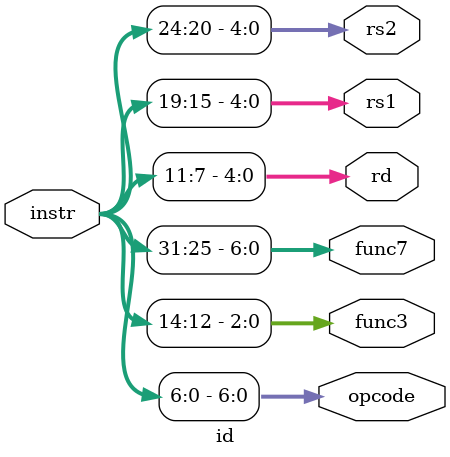
<source format=v>
module id(
    input [31: 0] instr,

    output [6: 0] opcode,
    output [2: 0] func3,
    output [6: 0] func7,
    output [4: 0] rd,
    output [4: 0] rs1,
    output [4: 0] rs2
);
    // 此模块解码指令 Instruction Decoder
    assign  opcode  = instr[6:0];
    assign  rs1 = instr[19:15];
    assign  rs2 = instr[24:20];
    assign  rd  = instr[11:7];
    assign  func3  = instr[14:12];
    assign  func7  = instr[31:25];
endmodule
</source>
